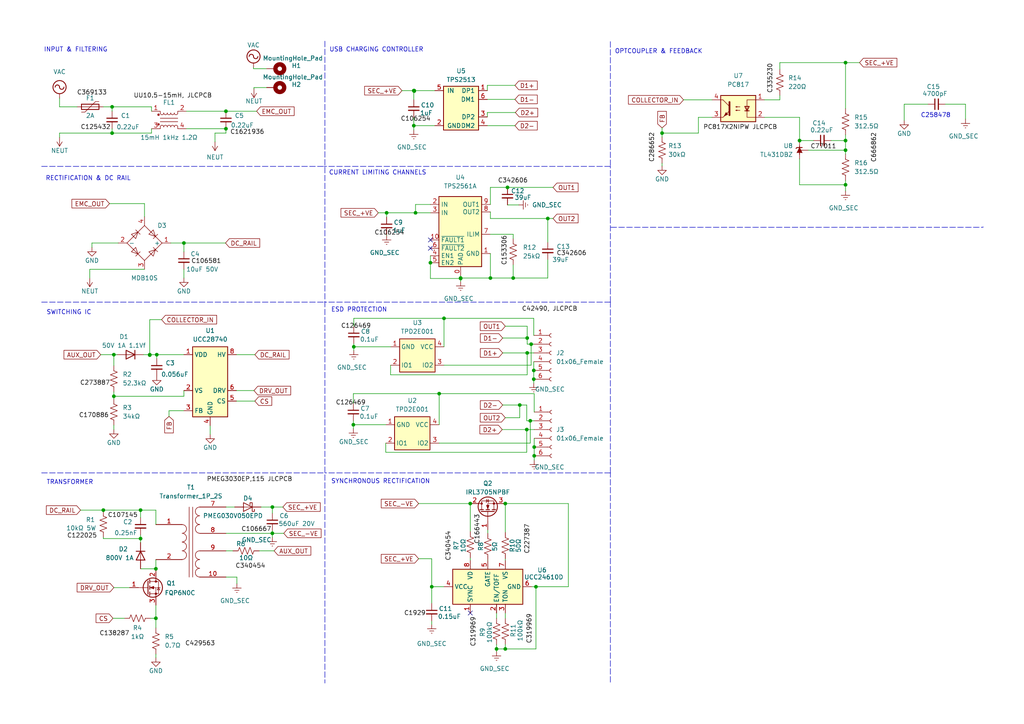
<source format=kicad_sch>
(kicad_sch (version 20211123) (generator eeschema)
  (paper "A4")
  (title_block (title "Flyback USB Charger") (rev "1.0"))
  (lib_symbols
    (symbol "Connector:Conn_01x06_Female" (pin_names (offset 1.016) hide)
      (property "Reference" "J" (at 0 7.62 0))
      (property "Value" "Conn_01x06_Female" (at 0 -10.16 0))
      (symbol "Conn_01x06_Female_1_1"
        (pin passive line (at -5.08 5.08 0) (length 3.81) (name "Pin_1") (number "1"))
        (pin passive line (at -5.08 2.54 0) (length 3.81) (name "Pin_2") (number "2"))
        (pin passive line (at -5.08 0 0) (length 3.81) (name "Pin_3") (number "3"))
        (pin passive line (at -5.08 -2.54 0) (length 3.81) (name "Pin_4") (number "4"))
        (pin passive line (at -5.08 -5.08 0) (length 3.81) (name "Pin_5") (number "5"))
        (pin passive line (at -5.08 -7.62 0) (length 3.81) (name "Pin_6") (number "6"))
      )
    )
    (symbol "Custom MOSFETs:FQP6N0C" (pin_names hide)
      (property "Reference" "Q" (at 8.89 5.08 0))
      (property "Value" "FQP6N0C" (at 6.35 -6.35 0))
      (symbol "FQP6N0C_1_1"
        (pin input line (at -5.08 0 0) (length 2.54) (name "G") (number "1"))
        (pin passive line (at 2.54 5.08 270) (length 2.54) (name "D") (number "2"))
        (pin passive line (at 2.54 -5.08 90) (length 2.54) (name "S") (number "3"))
      )
    )
    (symbol "Custom Switching ICs:TPS2561A"
      (property "Reference" "U" (at -8.8392 11.43 0))
      (property "Value" "TPS2561A" (at 0.0508 11.43 0))
      (symbol "TPS2561A_1_1"
        (pin power_in line (at 0 -12.827 90) (length 2.54) (name "PAD") (number "0"))
        (pin power_in line (at 8.636 -6.35 180) (length 2.54) (name "GND") (number "1"))
        (pin output line (at -8.763 -2.413 0) (length 2.54) (name "~{FAULT1}") (number "10"))
        (pin power_in line (at -8.763 7.874 0) (length 2.54) (name "IN") (number "2"))
        (pin power_in line (at -8.763 5.461 0) (length 2.54) (name "IN") (number "3"))
        (pin input line (at -8.763 -6.985 0) (length 2.54) (name "EN1") (number "4"))
        (pin input line (at -8.763 -9.017 0) (length 2.54) (name "EN2") (number "5"))
        (pin output line (at -8.763 -4.826 0) (length 2.54) (name "~{FAULT2}") (number "6"))
        (pin output line (at 8.636 -0.762 180) (length 2.54) (name "ILIM") (number "7"))
        (pin output line (at 8.636 5.715 180) (length 2.54) (name "OUT2") (number "8"))
        (pin output line (at 8.636 7.874 180) (length 2.54) (name "OUT1") (number "9"))
      )
    )
    (symbol "Device:C_Small" (pin_numbers hide) (pin_names (offset 0.254) hide)
      (property "Reference" "C" (at 0.254 1.778 0))
      (property "Value" "C_Small" (at 0.254 -2.032 0))
      (symbol "C_Small_1_1"
        (pin passive line (at 0 2.54 270) (length 2.032) (name "~") (number "1"))
        (pin passive line (at 0 -2.54 90) (length 2.032) (name "~") (number "2"))
      )
    )
    (symbol "Device:Polyfuse" (pin_numbers hide) (pin_names (offset 0))
      (property "Reference" "F" (at -2.54 0 90))
      (property "Value" "Polyfuse" (at 2.54 0 90))
      (symbol "Polyfuse_1_1"
        (pin passive line (at 0 3.81 270) (length 1.27) (name "~") (number "1"))
        (pin passive line (at 0 -3.81 90) (length 1.27) (name "~") (number "2"))
      )
    )
    (symbol "Device:R_US" (pin_numbers hide) (pin_names (offset 0))
      (property "Reference" "R" (at 2.54 0 90))
      (property "Value" "R_US" (at -2.54 0 90))
      (symbol "R_US_1_1"
        (pin passive line (at 0 3.81 270) (length 1.27) (name "~") (number "1"))
        (pin passive line (at 0 -3.81 90) (length 1.27) (name "~") (number "2"))
      )
    )
    (symbol "Device:Transformer_1P_2S" (pin_names (offset 1.016) hide)
      (property "Reference" "T1" (at 0 15.875 0))
      (property "Value" "Transformer_1P_2S" (at 0 13.335 0))
      (symbol "Transformer_1P_2S_1_1"
        (pin passive line (at -10.16 5.08 0) (length 7.62) (name "AA") (number "1"))
        (pin passive line (at 10.16 -10.16 180) (length 7.62) (name "SD") (number "10"))
        (pin passive line (at -10.16 -5.08 0) (length 7.62) (name "AB") (number "2"))
        (pin passive line (at 10.16 10.16 180) (length 7.62) (name "SA") (number "7"))
        (pin passive line (at 10.16 2.54 180) (length 7.62) (name "SB") (number "8"))
        (pin passive line (at 10.16 -2.54 180) (length 7.62) (name "SC") (number "9"))
      )
    )
    (symbol "Diode:1N4001" (pin_numbers hide) (pin_names (offset 1.016) hide)
      (property "Reference" "D" (at 0 2.54 0))
      (property "Value" "1N4001" (at 0 -2.54 0))
      (symbol "1N4001_1_1"
        (pin passive line (at -3.81 0 0) (length 2.54) (name "K") (number "1"))
        (pin passive line (at 3.81 0 180) (length 2.54) (name "A") (number "2"))
      )
    )
    (symbol "Diode:1N4006" (pin_numbers hide) (pin_names (offset 1.016) hide)
      (property "Reference" "D" (at 0 2.54 0))
      (property "Value" "1N4006" (at 0 -2.54 0))
      (symbol "1N4006_1_1"
        (pin passive line (at -3.81 0 0) (length 2.54) (name "K") (number "1"))
        (pin passive line (at 3.81 0 180) (length 2.54) (name "A") (number "2"))
      )
    )
    (symbol "Diode:PMEG030V050EPD" (pin_numbers hide) (pin_names hide)
      (property "Reference" "D" (at 0 2.54 0))
      (property "Value" "PMEG030V050EPD" (at 0 -2.54 0))
      (symbol "PMEG030V050EPD_1_1"
        (pin passive line (at 3.81 0 180) (length 2.54) (name "A") (number "1"))
        (pin passive line (at 3.81 0 180) (length 2.54) hide (name "A") (number "2"))
        (pin passive line (at -3.81 0 0) (length 2.54) (name "K") (number "3"))
      )
    )
    (symbol "Diode_Bridge:MDB10S"
      (property "Reference" "D" (at 3.81 6.35 0))
      (property "Value" "MDB10S" (at 6.35 3.81 0))
      (symbol "MDB10S_1_1"
        (pin passive line (at 7.62 0 180) (length 2.54) (name "+") (number "1"))
        (pin passive line (at -7.62 0 0) (length 2.54) (name "-") (number "2"))
        (pin passive line (at 0 -7.62 90) (length 2.54) (name "~") (number "3"))
        (pin passive line (at 0 7.62 270) (length 2.54) (name "~") (number "4"))
      )
    )
    (symbol "Filter:Choke_Schaffner_RN102-2-02-1M1" (pin_names hide)
      (property "Reference" "FL" (at 0 5.08 0))
      (property "Value" "Choke_Schaffner_RN102-2-02-1M1" (at 0 -5.08 0))
      (symbol "Choke_Schaffner_RN102-2-02-1M1_1_1"
        (pin passive line (at -5.08 2.54 0) (length 2.54) (name "1") (number "1"))
        (pin passive line (at 5.08 2.54 180) (length 2.54) (name "2") (number "2"))
        (pin passive line (at -5.08 -2.54 0) (length 2.54) (name "3") (number "3"))
        (pin passive line (at 5.08 -2.54 180) (length 2.54) (name "4") (number "4"))
      )
    )
    (symbol "Interface_USB:TPS2513" (pin_names (offset 1.016))
      (property "Reference" "U" (at -3.81 -7.62 0))
      (property "Value" "TPS2513" (at 0 7.62 0))
      (symbol "TPS2513_1_1"
        (pin input line (at 7.62 5.08 180) (length 2.54) (name "DP1") (number "1"))
        (pin power_in line (at -7.62 -5.08 0) (length 2.54) (name "GND") (number "2"))
        (pin input line (at 7.62 -2.54 180) (length 2.54) (name "DP2") (number "3"))
        (pin input line (at 7.62 -5.08 180) (length 2.54) (name "DM2") (number "4"))
        (pin power_in line (at -7.62 5.08 0) (length 2.54) (name "IN") (number "5"))
        (pin input line (at 7.62 2.54 180) (length 2.54) (name "DM1") (number "6"))
      )
    )
    (symbol "Isolator:PC817" (pin_names (offset 1.016))
      (property "Reference" "U" (at -5.08 5.08 0))
      (property "Value" "PC817" (at 0 5.08 0))
      (symbol "PC817_1_1"
        (pin passive line (at -7.62 2.54 0) (length 2.54) (name "~") (number "1"))
        (pin passive line (at -7.62 -2.54 0) (length 2.54) (name "~") (number "2"))
        (pin passive line (at 7.62 -2.54 180) (length 2.54) (name "~") (number "3"))
        (pin passive line (at 7.62 2.54 180) (length 2.54) (name "~") (number "4"))
      )
    )
    (symbol "Mechanical:MountingHole_Pad" (pin_numbers hide) (pin_names (offset 1.016) hide)
      (property "Reference" "H" (at 0 6.35 0))
      (property "Value" "MountingHole_Pad" (at 0 4.445 0))
      (symbol "MountingHole_Pad_1_1"
        (pin input line (at 0 -2.54 90) (length 2.54) (name "1") (number "1"))
      )
    )
    (symbol "Reference_Voltage:TL431DBZ" (pin_numbers hide) (pin_names hide)
      (property "Reference" "U" (at -2.54 2.54 0))
      (property "Value" "TL431DBZ" (at 0 -2.54 0))
      (symbol "TL431DBZ_1_1"
        (pin passive line (at 2.54 0 180) (length 2.54) (name "K") (number "1"))
        (pin passive line (at 0 2.54 270) (length 2.54) (name "REF") (number "2"))
        (pin passive line (at -2.54 0 0) (length 2.54) (name "A") (number "3"))
      )
    )
    (symbol "Regulator_Controller:UCC24610D"
      (property "Reference" "U" (at -7.62 11.43 0))
      (property "Value" "UCC24610D" (at 1.27 11.43 0))
      (symbol "UCC24610D_1_1"
        (pin input line (at -7.62 5.08 0) (length 2.54) (name "SYNC") (number "1"))
        (pin input line (at -7.62 -2.54 0) (length 2.54) (name "EN/TOFF") (number "2"))
        (pin input line (at -7.62 -5.08 0) (length 2.54) (name "TON") (number "3"))
        (pin power_in line (at 0 12.7 270) (length 2.54) (name "VCC") (number "4"))
        (pin output line (at 7.62 0 180) (length 2.54) (name "GATE") (number "5"))
        (pin power_in line (at 0 -12.7 90) (length 2.54) (name "GND") (number "6"))
        (pin input line (at 7.62 -5.08 180) (length 2.54) (name "VS") (number "7"))
        (pin input line (at 7.62 5.08 180) (length 2.54) (name "VD") (number "8"))
      )
    )
    (symbol "TPD2E001_1"
      (property "Reference" "U?" (at 0.1524 9.525 0))
      (property "Value" "TPD2E001" (at 0.1524 6.985 0))
      (symbol "TPD2E001_1_1_1"
        (pin power_in line (at -7.5438 2.5146 0) (length 2.54) (name "GND") (number "1"))
        (pin input line (at -7.5438 -2.8194 0) (length 2.54) (name "IO1") (number "2"))
        (pin input line (at 7.9502 -2.8194 180) (length 2.54) (name "IO2") (number "3"))
        (pin power_in line (at 7.9502 2.5146 180) (length 2.54) (name "VCC") (number "4"))
      )
    )
    (symbol "TPD2E001_2"
      (property "Reference" "U" (at -7.5184 6.096 0))
      (property "Value" "TPD2E001_2" (at 1.3716 6.096 0))
      (symbol "TPD2E001_2_1_1"
        (pin power_in line (at -7.62 2.54 0) (length 2.54) (name "GND") (number "1"))
        (pin input line (at -7.62 -2.794 0) (length 2.54) (name "IO1") (number "2"))
        (pin input line (at 7.874 -2.794 180) (length 2.54) (name "IO2") (number "3"))
        (pin power_in line (at 7.874 2.54 180) (length 2.54) (name "VCC") (number "4"))
      )
    )
    (symbol "Transistor_FET:IRLB8721PBF" (pin_names hide)
      (property "Reference" "Q" (at 6.35 1.905 0))
      (property "Value" "IRLB8721PBF" (at 6.35 0 0))
      (symbol "IRLB8721PBF_1_1"
        (pin input line (at -5.08 0 0) (length 2.54) (name "G") (number "1"))
        (pin passive line (at 2.54 5.08 270) (length 2.54) (name "D") (number "2"))
        (pin passive line (at 2.54 -5.08 90) (length 2.54) (name "S") (number "3"))
      )
    )
    (symbol "UCC28740_3"
      (property "Reference" "U" (at -7.62 11.43 0))
      (property "Value" "UCC28740_3" (at 1.27 11.43 0))
      (symbol "UCC28740_3_1_1"
        (pin power_in line (at -7.62 7.874 0) (length 2.54) (name "VDD") (number "1"))
        (pin input line (at -7.62 -2.54 0) (length 2.54) (name "VS") (number "2"))
        (pin input line (at -7.62 -8.382 0) (length 2.54) (name "FB") (number "3"))
        (pin power_in line (at 0 -12.7 90) (length 2.54) (name "GND") (number "4"))
        (pin input line (at 7.62 -5.588 180) (length 2.54) (name "CS") (number "5"))
        (pin output line (at 7.62 -2.54 180) (length 2.54) (name "DRV") (number "6"))
        (pin input line (at 7.62 7.874 180) (length 2.54) (name "HV") (number "8"))
      )
    )
    (symbol "power:GND" (power) (pin_names (offset 0))
      (property "Value" "GND" (at 0 -3.81 0))
      (symbol "GND_1_1"
        (pin power_in line (at 0 0 270) (length 0) hide (name "GND") (number "1"))
      )
    )
    (symbol "power:NEUT" (power) (pin_names (offset 0))
      (property "Value" "NEUT" (at 0 3.81 0))
      (symbol "NEUT_1_1"
        (pin power_in line (at 0 0 90) (length 0) hide (name "NEUT") (number "1"))
      )
    )
    (symbol "power:SGND" (power) (pin_names (offset 0))
      (property "Value" "SGND" (at -0.5461 -4.953 0))
      (symbol "SGND_1_1"
        (pin power_in line (at 0 0 270) (length 0) hide (name "GND_SEC") (number "1"))
      )
    )
    (symbol "power:VAC" (power) (pin_names (offset 0))
      (property "Value" "VAC" (at 0 6.35 0))
      (symbol "VAC_1_1"
        (pin power_in line (at 0 0 90) (length 0) hide (name "VAC") (number "1"))
      )
    )
  )
  (junction (at 146.558 188.214))
  (junction (at 45.466 102.87))
  (junction (at 102.489 123.19))
  (junction (at 231.902 40.767))
  (junction (at 245.237 53.594))
  (junction (at 32.512 38.608))
  (junction (at 40.767 156.21))
  (junction (at 154.813 109.982))
  (junction (at 152.781 124.587))
  (junction (at 150.749 117.475))
  (junction (at 128.778 92.329))
  (junction (at 146.558 146.05))
  (junction (at 154.94 132.207))
  (junction (at 45.212 179.324))
  (junction (at 125.222 170.18))
  (junction (at 154.94 129.667))
  (junction (at 102.616 100.584))
  (junction (at 142.24 80.645))
  (junction (at 32.512 30.988))
  (junction (at 112.141 61.722))
  (junction (at 29.972 147.955))
  (junction (at 147.193 54.356))
  (junction (at 40.767 147.955))
  (junction (at 53.34 70.485))
  (junction (at 155.448 170.18))
  (junction (at 120.015 26.289))
  (junction (at 245.237 43.561))
  (junction (at 33.02 102.87))
  (junction (at 120.015 36.449))
  (junction (at 65.532 32.258))
  (junction (at 78.994 147.066))
  (junction (at 120.142 26.416))
  (junction (at 33.02 114.935))
  (junction (at 43.434 102.997))
  (junction (at 152.908 98.044))
  (junction (at 124.841 76.2))
  (junction (at 133.604 80.772))
  (junction (at 245.237 18.161))
  (junction (at 153.797 122.047))
  (junction (at 148.844 80.645))
  (junction (at 245.237 40.767))
  (junction (at 43.434 102.87))
  (junction (at 45.212 164.973))
  (junction (at 192.024 38.608))
  (junction (at 133.604 80.645))
  (junction (at 120.523 61.722))
  (junction (at 120.142 26.289))
  (junction (at 158.877 63.373))
  (junction (at 65.532 37.338))
  (junction (at 154.813 107.442))
  (junction (at 78.994 154.686))
  (junction (at 127.381 114.173))
  (junction (at 152.908 102.362))
  (junction (at 136.398 146.05))
  (junction (at 154.051 99.822))
  (junction (at 144.018 188.214))
  (no_connect (at 124.841 69.596))
  (no_connect (at 124.841 72.009))
  (no_connect (at 136.398 177.8))
  (wire (pts (xy 120.523 59.309) (xy 120.523 61.722)))
  (wire (pts (xy 78.994 154.686) (xy 78.994 155.829)))
  (wire (pts (xy 142.24 54.356) (xy 142.24 59.309)))
  (wire (pts (xy 142.24 73.533) (xy 142.24 80.645)))
  (wire (pts (xy 152.781 122.047) (xy 153.797 122.047)))
  (wire (pts (xy 120.015 34.036) (xy 120.015 36.449)))
  (wire (pts (xy 141.478 162.306) (xy 141.478 162.56)))
  (wire (pts (xy 133.604 80.01) (xy 133.604 80.645)))
  (wire (pts (xy 68.58 102.87) (xy 73.914 102.87)))
  (wire (pts (xy 147.193 54.356) (xy 160.401 54.356)))
  (wire (pts (xy 68.58 113.284) (xy 73.66 113.284)))
  (wire (pts (xy 154.051 99.822) (xy 154.813 99.822)))
  (wire (pts (xy 65.405 70.485) (xy 53.34 70.485)))
  (wire (pts (xy 102.616 99.695) (xy 102.616 100.584)))
  (wire (pts (xy 274.193 30.226) (xy 280.035 30.226)))
  (wire (pts (xy 41.656 102.87) (xy 43.434 102.87)))
  (wire (pts (xy 29.972 156.21) (xy 40.767 156.21)))
  (wire (pts (xy 102.489 123.19) (xy 102.489 124.333)))
  (wire (pts (xy 245.237 39.116) (xy 245.237 40.767)))
  (wire (pts (xy 155.448 170.18) (xy 164.846 170.18)))
  (wire (pts (xy 49.53 70.485) (xy 53.34 70.485)))
  (wire (pts (xy 142.24 63.373) (xy 158.877 63.373)))
  (wire (pts (xy 40.767 156.21) (xy 40.767 155.194)))
  (wire (pts (xy 65.532 38.608) (xy 62.357 38.608)))
  (wire (pts (xy 40.767 150.114) (xy 40.767 147.955)))
  (wire (pts (xy 145.669 124.587) (xy 152.781 124.587)))
  (wire (pts (xy 120.142 26.289) (xy 120.142 26.416)))
  (wire (pts (xy 111.887 131.191) (xy 152.781 131.191)))
  (wire (pts (xy 152.908 102.362) (xy 154.813 102.362)))
  (wire (pts (xy 152.781 124.587) (xy 154.94 124.587)))
  (wire (pts (xy 60.96 123.444) (xy 60.96 125.984)))
  (polyline (pts (xy 12.065 137.16) (xy 94.234 137.16)))
  (wire (pts (xy 32.512 38.608) (xy 32.512 37.338)))
  (wire (pts (xy 141.351 26.289) (xy 141.351 24.765)))
  (wire (pts (xy 125.222 170.18) (xy 128.778 170.18)))
  (wire (pts (xy 62.357 38.608) (xy 62.357 41.148)))
  (polyline (pts (xy 12.065 87.63) (xy 94.234 87.63)))
  (wire (pts (xy 43.942 30.988) (xy 32.512 30.988)))
  (wire (pts (xy 26.035 80.645) (xy 26.035 78.105)))
  (wire (pts (xy 68.707 167.386) (xy 65.532 167.386)))
  (wire (pts (xy 78.994 154.686) (xy 82.296 154.686)))
  (wire (pts (xy 53.34 119.126) (xy 49.022 119.126)))
  (wire (pts (xy 152.908 94.615) (xy 152.908 98.044)))
  (wire (pts (xy 141.478 154.686) (xy 141.478 153.67)))
  (wire (pts (xy 124.841 76.2) (xy 124.841 80.772)))
  (wire (pts (xy 73.533 19.939) (xy 77.343 19.939)))
  (wire (pts (xy 153.797 128.524) (xy 127.381 128.524)))
  (wire (pts (xy 112.141 61.722) (xy 112.141 62.992)))
  (wire (pts (xy 153.797 122.047) (xy 154.94 122.047)))
  (wire (pts (xy 43.434 92.71) (xy 43.434 102.87)))
  (wire (pts (xy 121.412 162.052) (xy 125.222 162.052)))
  (wire (pts (xy 152.908 98.044) (xy 152.908 99.822)))
  (polyline (pts (xy 177.038 12.065) (xy 177.038 48.26)))
  (wire (pts (xy 26.67 71.755) (xy 26.67 70.485)))
  (wire (pts (xy 145.796 98.044) (xy 152.908 98.044)))
  (wire (pts (xy 125.222 170.18) (xy 125.222 175.006)))
  (wire (pts (xy 33.02 102.87) (xy 33.02 106.045)))
  (wire (pts (xy 45.212 189.738) (xy 45.212 190.754)))
  (wire (pts (xy 46.863 92.71) (xy 43.434 92.71)))
  (wire (pts (xy 133.604 80.645) (xy 142.24 80.645)))
  (wire (pts (xy 17.272 39.878) (xy 17.272 38.608)))
  (wire (pts (xy 221.742 34.036) (xy 231.902 34.036)))
  (polyline (pts (xy 177.165 65.913) (xy 285.115 65.913)))
  (wire (pts (xy 150.749 117.475) (xy 152.781 117.475)))
  (wire (pts (xy 192.024 47.371) (xy 192.024 48.133)))
  (wire (pts (xy 234.442 43.561) (xy 245.237 43.561)))
  (polyline (pts (xy 177.038 197.866) (xy 177.038 137.16)))
  (wire (pts (xy 128.778 105.918) (xy 154.051 105.918)))
  (wire (pts (xy 231.902 53.594) (xy 245.237 53.594)))
  (wire (pts (xy 142.24 80.645) (xy 148.844 80.645)))
  (wire (pts (xy 31.75 59.055) (xy 41.91 59.055)))
  (wire (pts (xy 124.841 80.772) (xy 133.604 80.772)))
  (wire (pts (xy 29.972 148.209) (xy 29.972 147.955)))
  (wire (pts (xy 192.024 38.608) (xy 192.024 39.751)))
  (wire (pts (xy 17.272 28.448) (xy 17.272 30.988)))
  (wire (pts (xy 17.272 30.988) (xy 22.352 30.988)))
  (wire (pts (xy 45.212 175.514) (xy 45.212 179.324)))
  (wire (pts (xy 152.908 99.822) (xy 154.051 99.822)))
  (wire (pts (xy 148.844 67.945) (xy 148.844 69.215)))
  (wire (pts (xy 120.523 61.722) (xy 124.841 61.722)))
  (wire (pts (xy 102.489 123.19) (xy 111.887 123.19)))
  (wire (pts (xy 153.797 122.047) (xy 153.797 128.524)))
  (polyline (pts (xy 177.038 137.16) (xy 94.234 137.16)))
  (wire (pts (xy 73.66 25.781) (xy 73.66 25.4)))
  (wire (pts (xy 245.237 53.594) (xy 245.237 52.324)))
  (wire (pts (xy 102.616 100.584) (xy 102.616 101.6)))
  (wire (pts (xy 141.351 33.909) (xy 141.351 32.639)))
  (wire (pts (xy 116.586 26.289) (xy 120.015 26.289)))
  (wire (pts (xy 147.193 59.436) (xy 150.495 59.436)))
  (wire (pts (xy 40.767 164.973) (xy 45.212 164.973)))
  (wire (pts (xy 226.187 28.956) (xy 226.187 27.686)))
  (wire (pts (xy 245.237 40.767) (xy 245.237 43.561)))
  (wire (pts (xy 120.015 36.449) (xy 126.111 36.449)))
  (wire (pts (xy 33.02 102.87) (xy 34.036 102.87)))
  (wire (pts (xy 43.942 32.258) (xy 43.942 30.988)))
  (wire (pts (xy 26.035 78.105) (xy 41.91 78.105)))
  (wire (pts (xy 231.902 46.101) (xy 231.902 53.594)))
  (polyline (pts (xy 177.038 48.26) (xy 93.98 48.26)))
  (wire (pts (xy 141.351 36.449) (xy 149.352 36.449)))
  (wire (pts (xy 102.489 114.173) (xy 102.489 116.967)))
  (wire (pts (xy 125.222 180.086) (xy 125.222 181.102)))
  (wire (pts (xy 32.512 30.988) (xy 32.512 32.258)))
  (wire (pts (xy 40.767 147.955) (xy 29.972 147.955)))
  (wire (pts (xy 226.187 20.066) (xy 226.187 18.161)))
  (wire (pts (xy 65.532 37.338) (xy 65.532 38.608)))
  (wire (pts (xy 33.02 123.317) (xy 33.02 124.587)))
  (wire (pts (xy 33.02 114.935) (xy 33.02 115.697)))
  (wire (pts (xy 141.351 28.829) (xy 149.352 28.829)))
  (wire (pts (xy 146.558 186.944) (xy 146.558 188.214)))
  (wire (pts (xy 45.212 179.324) (xy 45.212 182.118)))
  (wire (pts (xy 17.272 38.608) (xy 32.512 38.608)))
  (wire (pts (xy 125.222 162.052) (xy 125.222 170.18)))
  (polyline (pts (xy 177.038 87.63) (xy 177.038 48.26)))
  (wire (pts (xy 124.841 59.309) (xy 120.523 59.309)))
  (wire (pts (xy 144.018 177.8) (xy 144.018 179.324)))
  (wire (pts (xy 202.565 34.036) (xy 202.565 38.608)))
  (wire (pts (xy 120.015 37.719) (xy 120.015 36.449)))
  (wire (pts (xy 158.877 75.311) (xy 158.877 80.645)))
  (wire (pts (xy 280.035 30.226) (xy 280.035 34.544)))
  (wire (pts (xy 152.781 124.587) (xy 152.781 131.191)))
  (wire (pts (xy 221.742 28.956) (xy 226.187 28.956)))
  (wire (pts (xy 43.434 102.87) (xy 43.434 102.997)))
  (wire (pts (xy 53.34 113.284) (xy 53.34 114.935)))
  (wire (pts (xy 45.212 164.973) (xy 45.212 165.354)))
  (wire (pts (xy 121.412 146.05) (xy 136.398 146.05)))
  (wire (pts (xy 78.994 147.066) (xy 78.994 148.844)))
  (wire (pts (xy 102.489 122.047) (xy 102.489 123.19)))
  (wire (pts (xy 23.368 147.955) (xy 29.972 147.955)))
  (wire (pts (xy 146.558 146.05) (xy 146.558 154.432)))
  (wire (pts (xy 78.994 153.924) (xy 78.994 154.686)))
  (wire (pts (xy 49.022 119.126) (xy 49.022 120.777)))
  (polyline (pts (xy 94.234 11.938) (xy 94.234 198.12)))
  (wire (pts (xy 154.178 170.18) (xy 155.448 170.18)))
  (wire (pts (xy 65.532 147.066) (xy 68.072 147.066)))
  (wire (pts (xy 245.237 55.372) (xy 245.237 53.594)))
  (wire (pts (xy 154.813 109.982) (xy 154.813 111.125)))
  (wire (pts (xy 226.187 18.161) (xy 245.237 18.161)))
  (wire (pts (xy 145.796 117.475) (xy 150.749 117.475)))
  (wire (pts (xy 241.046 40.767) (xy 245.237 40.767)))
  (wire (pts (xy 41.91 59.055) (xy 41.91 62.865)))
  (wire (pts (xy 231.902 40.767) (xy 235.966 40.767)))
  (wire (pts (xy 249.301 18.161) (xy 245.237 18.161)))
  (wire (pts (xy 102.616 92.329) (xy 128.778 92.329)))
  (wire (pts (xy 136.398 154.178) (xy 136.398 146.05)))
  (wire (pts (xy 262.255 34.925) (xy 262.255 30.226)))
  (wire (pts (xy 136.398 161.798) (xy 136.398 162.56)))
  (wire (pts (xy 75.692 147.066) (xy 78.994 147.066)))
  (wire (pts (xy 65.532 159.766) (xy 67.564 159.766)))
  (wire (pts (xy 33.02 170.434) (xy 37.592 170.434)))
  (wire (pts (xy 142.24 67.945) (xy 148.844 67.945)))
  (wire (pts (xy 43.688 179.324) (xy 45.212 179.324)))
  (wire (pts (xy 128.778 100.584) (xy 128.778 92.329)))
  (wire (pts (xy 45.212 162.306) (xy 45.212 164.973)))
  (wire (pts (xy 148.844 76.835) (xy 148.844 80.645)))
  (wire (pts (xy 78.994 154.686) (xy 65.532 154.686)))
  (wire (pts (xy 127.381 114.173) (xy 154.94 114.173)))
  (wire (pts (xy 146.558 94.615) (xy 152.908 94.615)))
  (wire (pts (xy 75.184 159.766) (xy 79.502 159.766)))
  (polyline (pts (xy 285.115 65.786) (xy 285.115 65.913)))
  (wire (pts (xy 109.728 61.722) (xy 112.141 61.722)))
  (wire (pts (xy 102.489 114.173) (xy 127.381 114.173)))
  (wire (pts (xy 29.972 155.829) (xy 29.972 156.21)))
  (wire (pts (xy 164.846 146.05) (xy 164.846 170.18)))
  (wire (pts (xy 142.24 54.356) (xy 147.193 54.356)))
  (wire (pts (xy 146.558 162.052) (xy 146.558 162.56)))
  (wire (pts (xy 45.466 102.87) (xy 45.466 104.013)))
  (wire (pts (xy 43.942 37.338) (xy 43.942 38.608)))
  (wire (pts (xy 102.616 92.329) (xy 102.616 94.615)))
  (wire (pts (xy 154.813 92.329) (xy 154.813 97.282)))
  (wire (pts (xy 111.887 128.524) (xy 111.887 131.191)))
  (wire (pts (xy 40.767 156.21) (xy 40.767 157.353)))
  (wire (pts (xy 154.813 107.442) (xy 154.813 109.982)))
  (wire (pts (xy 53.34 114.935) (xy 33.02 114.935)))
  (wire (pts (xy 26.67 70.485) (xy 34.29 70.485)))
  (wire (pts (xy 68.58 116.332) (xy 73.914 116.332)))
  (wire (pts (xy 198.247 28.956) (xy 206.502 28.956)))
  (wire (pts (xy 155.448 188.214) (xy 155.448 170.18)))
  (wire (pts (xy 231.902 40.767) (xy 231.902 41.021)))
  (wire (pts (xy 154.94 114.173) (xy 154.94 119.507)))
  (wire (pts (xy 78.994 147.066) (xy 82.042 147.066)))
  (wire (pts (xy 120.015 26.289) (xy 120.142 26.289)))
  (wire (pts (xy 202.565 38.608) (xy 192.024 38.608)))
  (wire (pts (xy 158.877 63.373) (xy 158.877 70.231)))
  (wire (pts (xy 112.141 61.722) (xy 120.523 61.722)))
  (wire (pts (xy 113.284 105.918) (xy 113.284 108.712)))
  (wire (pts (xy 154.94 127.127) (xy 154.94 129.667)))
  (wire (pts (xy 113.284 108.712) (xy 152.908 108.712)))
  (wire (pts (xy 120.142 26.289) (xy 126.111 26.289)))
  (wire (pts (xy 33.02 113.665) (xy 33.02 114.935)))
  (wire (pts (xy 145.796 102.362) (xy 152.908 102.362)))
  (wire (pts (xy 29.21 102.87) (xy 33.02 102.87)))
  (wire (pts (xy 43.942 38.608) (xy 32.512 38.608)))
  (wire (pts (xy 144.018 188.214) (xy 144.018 188.976)))
  (wire (pts (xy 53.34 78.105) (xy 53.34 80.645)))
  (wire (pts (xy 146.558 146.05) (xy 164.846 146.05)))
  (wire (pts (xy 146.558 121.158) (xy 150.749 121.158)))
  (wire (pts (xy 120.015 28.956) (xy 120.015 26.289)))
  (wire (pts (xy 262.255 30.226) (xy 269.113 30.226)))
  (wire (pts (xy 144.018 188.214) (xy 146.558 188.214)))
  (wire (pts (xy 245.237 43.561) (xy 245.237 44.704)))
  (wire (pts (xy 65.532 32.258) (xy 74.422 32.258)))
  (wire (pts (xy 73.533 19.558) (xy 73.533 19.939)))
  (wire (pts (xy 32.766 179.324) (xy 36.068 179.324)))
  (wire (pts (xy 133.604 80.772) (xy 133.604 81.661)))
  (wire (pts (xy 142.24 61.468) (xy 142.24 63.373)))
  (wire (pts (xy 45.212 147.955) (xy 40.767 147.955)))
  (wire (pts (xy 154.051 99.822) (xy 154.051 105.918)))
  (wire (pts (xy 54.102 37.338) (xy 65.532 37.338)))
  (wire (pts (xy 73.66 25.4) (xy 77.343 25.4)))
  (wire (pts (xy 154.94 129.667) (xy 154.94 132.207)))
  (wire (pts (xy 128.778 92.329) (xy 154.813 92.329)))
  (wire (pts (xy 150.749 121.158) (xy 150.749 117.475)))
  (wire (pts (xy 54.102 32.258) (xy 65.532 32.258)))
  (wire (pts (xy 146.558 188.214) (xy 155.448 188.214)))
  (wire (pts (xy 45.212 152.146) (xy 45.212 147.955)))
  (wire (pts (xy 29.972 30.988) (xy 32.512 30.988)))
  (polyline (pts (xy 177.038 137.16) (xy 177.038 87.63)))
  (wire (pts (xy 133.604 80.645) (xy 133.604 80.772)))
  (wire (pts (xy 141.351 32.639) (xy 149.479 32.639)))
  (wire (pts (xy 158.877 80.645) (xy 148.844 80.645)))
  (wire (pts (xy 154.94 132.207) (xy 154.94 133.477)))
  (wire (pts (xy 231.902 34.036) (xy 231.902 40.767)))
  (wire (pts (xy 245.237 18.161) (xy 245.237 31.496)))
  (wire (pts (xy 192.024 37.084) (xy 192.024 38.608)))
  (wire (pts (xy 152.781 117.475) (xy 152.781 122.047)))
  (wire (pts (xy 124.841 74.168) (xy 124.841 76.2)))
  (wire (pts (xy 45.466 102.87) (xy 53.34 102.87)))
  (wire (pts (xy 102.616 100.584) (xy 113.284 100.584)))
  (wire (pts (xy 146.558 177.8) (xy 146.558 179.324)))
  (wire (pts (xy 144.018 186.944) (xy 144.018 188.214)))
  (wire (pts (xy 206.502 34.036) (xy 202.565 34.036)))
  (polyline (pts (xy 12.065 48.26) (xy 94.234 48.26)))
  (polyline (pts (xy 177.038 87.63) (xy 94.107 87.63)))
  (wire (pts (xy 68.707 169.291) (xy 68.707 167.386)))
  (wire (pts (xy 53.34 70.485) (xy 53.34 73.025)))
  (wire (pts (xy 127.381 114.173) (xy 127.381 123.19)))
  (wire (pts (xy 154.813 104.902) (xy 154.813 107.442)))
  (wire (pts (xy 112.141 68.326) (xy 112.141 68.072)))
  (wire (pts (xy 141.351 24.765) (xy 149.352 24.765)))
  (wire (pts (xy 43.434 102.87) (xy 45.466 102.87)))
  (wire (pts (xy 158.877 63.373) (xy 160.401 63.373)))
  (wire (pts (xy 152.908 102.362) (xy 152.908 108.712)))
  (text "USB CHARGING CONTROLLER" (at 95.504 15.24 0) (effects (font (size 1.27 1.27)) (justify left bottom)))
  (text "OPTCOUPLER & FEEDBACK" (at 178.308 15.748 0) (effects (font (size 1.27 1.27)) (justify left bottom)))
  (text "TRANSFORMER" (at 13.462 140.716 0) (effects (font (size 1.27 1.27)) (justify left bottom)))
  (text "SWITCHING IC" (at 13.462 91.44 0) (effects (font (size 1.27 1.27)) (justify left bottom)))
  (text "ESD PROTECTION" (at 96.012 90.678 0) (effects (font (size 1.27 1.27)) (justify left bottom)))
  (text "INPUT & FILTERING" (at 12.7 15.24 0) (effects (font (size 1.27 1.27)) (justify left bottom)))
  (text "CURRENT LIMITING CHANNELS" (at 95.377 50.927 0) (effects (font (size 1.27 1.27)) (justify left bottom)))
  (text "RECTIFICATION & DC RAIL" (at 13.208 52.578 0) (effects (font (size 1.27 1.27)) (justify left bottom)))
  (text " C258478 " (at 266.065 34.29 0) (effects (font (size 1.27 1.27)) (justify left bottom)))
  (text "SYNCHRONOUS RECTIFICATION" (at 96.012 140.462 0) (effects (font (size 1.27 1.27)) (justify left bottom)))
  (label " C1621936 " (at 65.786 39.243 0))
  (label "C125432 " (at 23.368 37.846 0))
  (label " C319969 " (at 138.303 188.468 90))
  (label "C138287" (at 28.829 184.658 0))
  (label " C340454 " (at 67.31 165.1 0))
  (label "C286652" (at 190.119 46.99 90))
  (label "C77011 " (at 235.077 43.434 0))
  (label " C340454 " (at 131.064 163.576 90))
  (label "PC817X2NIPW JLCPCB" (at 203.962 37.846 0))
  (label " C335230 " (at 224.409 27.94 90))
  (label "C107145" (at 31.242 150.368 0))
  (label "C106667" (at 69.977 154.432 0))
  (label " C42490, JLCPCB" (at 150.368 90.551 0))
  (label " C153306 " (at 147.32 77.851 90))
  (label " C319969 " (at 154.559 187.579 90))
  (label "C342606 " (at 161.417 74.422 0))
  (label " C227387 " (at 153.924 161.544 90))
  (label "C106254" (at 116.205 35.433 0))
  (label " C666862 " (at 254.508 48.006 90))
  (label "UU10.5-15mH, JLCPCB" (at 38.735 28.702 0))
  (label "C122025 " (at 19.431 156.337 0))
  (label " C273887 " (at 22.225 112.014 0))
  (label " C429563 " (at 52.705 187.579 0))
  (label " C106581 " (at 54.483 76.708 0))
  (label "C106254" (at 108.585 68.453 0))
  (label "C170886 " (at 22.86 121.412 0))
  (label "C342606 " (at 144.399 53.34 0))
  (label "PMEG3030EP,115 JLCPCB" (at 59.944 139.954 0))
  (label " C369133 " (at 21.336 27.813 0))
  (label " C126469 " (at 97.917 95.504 0))
  (label "C166443" (at 139.446 157.734 90))
  (label " C126469 " (at 96.393 117.729 0))
  (label " C1929 " (at 116.205 178.816 0))
  (global_label "SEC_+VE" (shape input) (at 109.728 61.722 180) (property "Intersheet References" "${INTERSHEET_REFS}" (effects hide)))
  (global_label "D1+" (shape input) (at 145.796 102.362 180) (property "Intersheet References" "${INTERSHEET_REFS}" (effects hide)))
  (global_label "OUT1" (shape input) (at 160.401 54.356 0) (property "Intersheet References" "${INTERSHEET_REFS}" (effects hide)))
  (global_label "SEC_+VE" (shape input) (at 82.042 147.066 0) (property "Intersheet References" "${INTERSHEET_REFS}" (effects hide)))
  (global_label "AUX_OUT" (shape input) (at 79.502 159.766 0) (property "Intersheet References" "${INTERSHEET_REFS}" (effects hide)))
  (global_label "SEC_-VE" (shape input) (at 82.296 154.686 0) (property "Intersheet References" "${INTERSHEET_REFS}" (effects hide)))
  (global_label "SEC_+VE" (shape input) (at 116.586 26.289 180) (property "Intersheet References" "${INTERSHEET_REFS}" (effects hide)))
  (global_label "AUX_OUT" (shape input) (at 29.21 102.87 180) (property "Intersheet References" "${INTERSHEET_REFS}" (effects hide)))
  (global_label "COLLECTOR_IN" (shape input) (at 198.247 28.956 180) (property "Intersheet References" "${INTERSHEET_REFS}" (effects hide)))
  (global_label "DC_RAIL" (shape input) (at 23.368 147.955 180) (property "Intersheet References" "${INTERSHEET_REFS}" (effects hide)))
  (global_label "DRV_OUT" (shape input) (at 73.66 113.284 0) (property "Intersheet References" "${INTERSHEET_REFS}" (effects hide)))
  (global_label "DC_RAIL" (shape input) (at 73.914 102.87 0) (property "Intersheet References" "${INTERSHEET_REFS}" (effects hide)))
  (global_label "D2-" (shape input) (at 145.796 117.475 180) (property "Intersheet References" "${INTERSHEET_REFS}" (effects hide)))
  (global_label "D1-" (shape input) (at 149.352 28.829 0) (property "Intersheet References" "${INTERSHEET_REFS}" (effects hide)))
  (global_label "COLLECTOR_IN" (shape input) (at 46.863 92.71 0) (property "Intersheet References" "${INTERSHEET_REFS}" (effects hide)))
  (global_label "EMC_OUT" (shape input) (at 31.75 59.055 180) (property "Intersheet References" "${INTERSHEET_REFS}" (effects hide)))
  (global_label "DC_RAIL" (shape input) (at 65.405 70.485 0) (property "Intersheet References" "${INTERSHEET_REFS}" (effects hide)))
  (global_label "DRV_OUT" (shape input) (at 33.02 170.434 180) (property "Intersheet References" "${INTERSHEET_REFS}" (effects hide)))
  (global_label "SEC_-VE" (shape input) (at 121.412 146.05 180) (property "Intersheet References" "${INTERSHEET_REFS}" (effects hide)))
  (global_label "D2-" (shape input) (at 149.352 36.449 0) (property "Intersheet References" "${INTERSHEET_REFS}" (effects hide)))
  (global_label "OUT2" (shape input) (at 160.401 63.373 0) (property "Intersheet References" "${INTERSHEET_REFS}" (effects hide)))
  (global_label "OUT1" (shape input) (at 146.558 94.615 180) (property "Intersheet References" "${INTERSHEET_REFS}" (effects hide)))
  (global_label "SEC_+VE" (shape input) (at 121.412 162.052 180) (property "Intersheet References" "${INTERSHEET_REFS}" (effects hide)))
  (global_label "CS" (shape input) (at 73.914 116.332 0) (property "Intersheet References" "${INTERSHEET_REFS}" (effects hide)))
  (global_label "D2+" (shape input) (at 149.479 32.639 0) (property "Intersheet References" "${INTERSHEET_REFS}" (effects hide)))
  (global_label "D1-" (shape input) (at 145.796 98.044 180) (property "Intersheet References" "${INTERSHEET_REFS}" (effects hide)))
  (global_label "CS" (shape input) (at 32.766 179.324 180) (property "Intersheet References" "${INTERSHEET_REFS}" (effects hide)))
  (global_label "SEC_+VE" (shape input) (at 249.301 18.161 0) (property "Intersheet References" "${INTERSHEET_REFS}" (effects hide)))
  (global_label "D1+" (shape input) (at 149.352 24.765 0) (property "Intersheet References" "${INTERSHEET_REFS}" (effects hide)))
  (global_label "D2+" (shape input) (at 145.669 124.587 180) (property "Intersheet References" "${INTERSHEET_REFS}" (effects hide)))
  (global_label "OUT2" (shape input) (at 146.558 121.158 180) (property "Intersheet References" "${INTERSHEET_REFS}" (effects hide)))
  (global_label "FB" (shape input) (at 192.024 37.084 90) (property "Intersheet References" "${INTERSHEET_REFS}" (effects hide)))
  (global_label "FB" (shape input) (at 49.022 120.777 270) (property "Intersheet References" "${INTERSHEET_REFS}" (effects hide)))
  (global_label "EMC_OUT" (shape input) (at 74.422 32.258 0) (property "Intersheet References" "${INTERSHEET_REFS}" (effects hide)))
  (symbol (lib_id "power:SGND") (at 102.489 124.333 0) (unit 1)
    (property "Reference" "#PWR0103" (effects hide))
    (property "Value" "SGND" (at 102.616 128.143 0))
  )
  (symbol (lib_id "Device:C_Small") (at 32.512 34.798 0) (unit 1)
    (property "Reference" "C1" (at 35.052 33.5342 0) (effects (justify left)))
    (property "Value" "0.22uF" (at 33.782 36.83 0) (effects (justify left)))
    (property "Footprint" "Capacitor_THT:C_Rect_L13.0mm_W8.0mm_P10.00mm_FKS3_FKP3_MKS4" (effects hide))
  )
  (symbol (lib_id "power:SGND") (at 125.222 181.102 0) (unit 1)
    (property "Reference" "#PWR0111" (effects hide))
    (property "Value" "SGND" (at 125.222 186.69 0))
  )
  (symbol (lib_id "power:GND") (at 45.466 109.093 0) (unit 1)
    (property "Reference" "#PWR07" (effects hide))
    (property "Value" "GND" (at 45.466 112.903 0))
  )
  (symbol (lib_id "Custom MOSFETs:FQP6N0C") (at 42.672 170.434 0) (unit 1)
    (property "Reference" "Q1" (at 48.26 169.164 0) (effects (justify left)))
    (property "Value" "FQP6N0C" (at 47.752 171.958 0) (effects (justify left)))
    (property "Footprint" "Package_TO_SOT_THT:TO-220-3_Vertical" (effects hide))
    (property "Datasheet" "https://datasheet.lcsc.com/lcsc/1811081824_onsemi-FQP6N90C_C128798.pdf" (effects hide))
  )
  (symbol (lib_id "power:GND") (at 192.024 48.133 0) (unit 1)
    (property "Reference" "#PWR024" (effects hide))
    (property "Value" "GND" (at 192.024 51.943 0))
  )
  (symbol (lib_id "power:SGND") (at 150.495 59.436 90) (unit 1)
    (property "Reference" "#PWR0108" (effects hide))
    (property "Value" "SGND" (at 154.305 59.4359 90) (effects (justify right)))
  )
  (symbol (lib_id "Connector:Conn_01x06_Female") (at 159.893 102.362 0) (unit 1)
    (property "Reference" "J2" (at 161.29 102.3619 0) (effects (justify left)))
    (property "Value" "01x06_Female" (at 161.29 104.9019 0) (effects (justify left)))
    (property "Footprint" "Custom Connectors:USB_A_SMD_Connector" (effects hide))
  )
  (symbol (lib_id "Device:C_Small") (at 45.466 106.553 0) (unit 1)
    (property "Reference" "C3" (at 48.006 105.2892 0) (effects (justify left)))
    (property "Value" "0.056uF" (at 46.736 108.585 0) (effects (justify left)))
    (property "Footprint" "Capacitor_SMD:C_0805_2012Metric" (effects hide))
  )
  (symbol (lib_id "Device:R_US") (at 226.187 23.876 0) (unit 1)
    (property "Reference" "R14" (at 228.6 22.6059 0) (effects (justify left)))
    (property "Value" "220Ω" (at 228.6 25.1459 0) (effects (justify left)))
    (property "Footprint" "Resistor_SMD:R_0805_2012Metric" (effects hide))
  )
  (symbol (lib_id "Device:R_US") (at 245.237 48.514 0) (unit 1)
    (property "Reference" "R16" (at 247.777 47.2439 0) (effects (justify left)))
    (property "Value" "312.5Ω" (at 247.777 49.7839 0) (effects (justify left)))
    (property "Footprint" "Resistor_SMD:R_0603_1608Metric" (effects hide))
  )
  (symbol (lib_id "Diode:PMEG030V050EPD") (at 71.882 147.066 180) (unit 1)
    (property "Reference" "D4" (at 71.882 144.526 0))
    (property "Value" "PMEG030V050EPD" (at 67.564 149.606 0))
    (property "Footprint" "Package_TO_SOT_SMD:Nexperia_CFP15_SOT-1289" (effects hide))
    (property "Datasheet" "https://assets.nexperia.com/documents/data-sheet/PMEG030V050EPD.pdf" (effects hide))
  )
  (symbol (lib_id "Device:R_US") (at 33.02 109.855 0) (unit 1)
    (property "Reference" "R2" (at 35.56 108.5849 0) (effects (justify left)))
    (property "Value" "52.3kΩ" (at 35.56 111.1249 0) (effects (justify left)))
    (property "Footprint" "Resistor_SMD:R_0805_2012Metric" (effects hide))
  )
  (symbol (lib_id "Device:R_US") (at 136.398 157.988 180) (unit 1)
    (property "Reference" "R7" (at 132.334 158.242 90))
    (property "Value" "10Ω" (at 134.366 158.242 90))
    (property "Footprint" "Resistor_SMD:R_0805_2012Metric" (effects hide))
  )
  (symbol (lib_id "Device:C_Small") (at 271.653 30.226 90) (unit 1)
    (property "Reference" "C15" (at 272.669 25.146 90) (effects (justify left)))
    (property "Value" "4700pF" (at 274.828 27.178 90) (effects (justify left)))
    (property "Footprint" "Capacitor_SMD:C_0201_0603Metric" (effects hide))
  )
  (symbol (lib_id "power:NEUT") (at 17.272 39.878 180) (unit 1)
    (property "Reference" "#PWR02" (effects hide))
    (property "Value" "NEUT" (at 17.272 43.688 0))
  )
  (symbol (lib_id "power:NEUT") (at 62.357 41.148 180) (unit 1)
    (property "Reference" "#PWR010" (effects hide))
    (property "Value" "NEUT" (at 62.357 45.593 0))
  )
  (symbol (lib_id "Device:R_US") (at 245.237 35.306 0) (unit 1)
    (property "Reference" "R15" (at 247.777 34.0359 0) (effects (justify left)))
    (property "Value" "312.5Ω" (at 247.777 36.5759 0) (effects (justify left)))
    (property "Footprint" "Resistor_SMD:R_0603_1608Metric" (effects hide))
  )
  (symbol (lib_id "Device:R_US") (at 148.844 73.025 0) (unit 1)
    (property "Reference" "R12" (at 151.638 71.7549 0) (effects (justify left)))
    (property "Value" "25kΩ" (at 151.638 74.2949 0) (effects (justify left)))
    (property "Footprint" "Resistor_SMD:R_0805_2012Metric" (effects hide))
  )
  (symbol (lib_id "power:SGND") (at 120.015 37.719 0) (unit 1)
    (property "Reference" "#PWR0107" (effects hide))
    (property "Value" "SGND" (at 119.4689 42.672 0))
  )
  (symbol (lib_id "Interface_USB:TPS2513") (at 133.731 31.369 0) (unit 1)
    (property "Reference" "U5" (at 133.731 20.574 0))
    (property "Value" "TPS2513" (at 133.731 23.114 0))
    (property "Footprint" "Package_TO_SOT_SMD:SOT-23-6" (effects hide))
    (property "Datasheet" "http://www.ti.com/lit/ds/symlink/tps2513.pdf" (effects hide))
  )
  (symbol (lib_id "Device:C_Small") (at 65.532 34.798 0) (unit 1)
    (property "Reference" "C5" (at 68.072 33.5342 0) (effects (justify left)))
    (property "Value" "0.22uF" (at 66.929 36.322 0) (effects (justify left)))
    (property "Footprint" "Capacitor_THT:C_Radial_D10.0mm_H12.5mm_P5.00mm" (effects hide))
  )
  (symbol (lib_id "power:SGND") (at 144.018 188.976 0) (unit 1)
    (property "Reference" "#PWR0100" (effects hide))
    (property "Value" "SGND" (at 143.4719 193.929 0))
  )
  (symbol (lib_id "power:SGND") (at 102.616 101.6 0) (unit 1)
    (property "Reference" "#PWR0105" (effects hide))
    (property "Value" "SGND" (at 102.0699 106.553 0))
  )
  (symbol (lib_id "power:SGND") (at 133.604 81.661 0) (unit 1)
    (property "Reference" "#PWR0104" (effects hide))
    (property "Value" "SGND" (at 133.0579 86.614 0))
  )
  (symbol (lib_id "Device:C_Small") (at 125.222 177.546 0) (unit 1)
    (property "Reference" "C11" (at 127.254 176.53 0) (effects (justify left)))
    (property "Value" "0.15uF" (at 127 178.816 0) (effects (justify left)))
    (property "Footprint" "Capacitor_SMD:C_1206_3216Metric" (effects hide))
  )
  (symbol (lib_id "power:SGND") (at 68.707 169.291 0) (unit 1)
    (property "Reference" "#PWR0112" (effects hide))
    (property "Value" "SGND" (at 68.1609 174.244 0))
  )
  (symbol (lib_name "TPD2E001_2") (lib_id "Custom Switching ICs:TPD2E001") (at 120.904 103.124 0) (unit 1)
    (property "Reference" "U3" (at 121.0564 93.599 0))
    (property "Value" "TPD2E001" (at 121.0564 96.139 0))
    (property "Footprint" "Custom Switching ICs:SOT-23-4-TPD2E001" (effects hide))
    (property "Datasheet" "http://www.ti.com/lit/ds/symlink/ucc28740.pdf" (effects hide))
  )
  (symbol (lib_id "Device:R_US") (at 39.878 179.324 90) (unit 1)
    (property "Reference" "R4" (at 39.878 182.118 90))
    (property "Value" "1kΩ" (at 39.878 184.658 90))
    (property "Footprint" "Resistor_SMD:R_0402_1005Metric" (effects hide))
  )
  (symbol (lib_id "Regulator_Controller:UCC24610D") (at 141.478 170.18 90) (unit 1)
    (property "Reference" "U6" (at 157.226 165.354 90))
    (property "Value" "UCC24610D" (at 157.734 167.386 90))
    (property "Footprint" "Package_SO:SOIC-8_3.9x4.9mm_P1.27mm" (effects hide))
    (property "Datasheet" "http://www.ti.com/lit/ds/symlink/ucc24610.pdf" (effects hide))
  )
  (symbol (lib_id "power:GND") (at 45.212 190.754 0) (unit 1)
    (property "Reference" "#PWR06" (effects hide))
    (property "Value" "GND" (at 45.212 194.564 0))
  )
  (symbol (lib_id "Device:R_US") (at 33.02 119.507 0) (unit 1)
    (property "Reference" "R3" (at 35.56 118.2369 0) (effects (justify left)))
    (property "Value" "34kΩ" (at 35.56 120.7769 0) (effects (justify left)))
    (property "Footprint" "Resistor_SMD:R_0805_2012Metric" (effects hide))
  )
  (symbol (lib_id "Connector:Conn_01x06_Female") (at 160.02 124.587 0) (unit 1)
    (property "Reference" "J3" (at 161.29 124.5869 0) (effects (justify left)))
    (property "Value" "01x06_Female" (at 161.29 127.1269 0) (effects (justify left)))
    (property "Footprint" "Custom Connectors:USB_A_SMD_Connector" (effects hide))
  )
  (symbol (lib_id "power:GND") (at 33.02 124.587 0) (unit 1)
    (property "Reference" "#PWR05" (effects hide))
    (property "Value" "GND" (at 33.02 128.397 0))
  )
  (symbol (lib_id "power:SGND") (at 280.035 34.544 0) (unit 1)
    (property "Reference" "#PWR0110" (effects hide))
    (property "Value" "SGND" (at 279.4889 39.497 0))
  )
  (symbol (lib_id "Device:R_US") (at 192.024 43.561 0) (unit 1)
    (property "Reference" "R13" (at 193.802 42.2909 0) (effects (justify left)))
    (property "Value" "30kΩ" (at 193.802 44.8309 0) (effects (justify left)))
    (property "Footprint" "Resistor_SMD:R_1206_3216Metric" (effects hide))
  )
  (symbol (lib_id "power:VAC") (at 17.272 28.448 0) (unit 1)
    (property "Reference" "#PWR01" (effects hide))
    (property "Value" "VAC" (at 17.272 20.828 0))
  )
  (symbol (lib_id "Reference_Voltage:TL431DBZ") (at 231.902 43.561 270) (mirror x) (unit 1)
    (property "Reference" "U8" (at 229.997 42.2909 90) (effects (justify right)))
    (property "Value" "TL431DBZ" (at 229.997 44.8309 90) (effects (justify right)))
    (property "Footprint" "Package_TO_SOT_SMD:SOT-23" (effects hide))
    (property "Datasheet" "http://www.ti.com/lit/ds/symlink/tl431.pdf" (effects hide))
  )
  (symbol (lib_id "Device:R_US") (at 141.478 158.496 180) (unit 1)
    (property "Reference" "R8" (at 139.446 158.496 90))
    (property "Value" "5Ω" (at 143.51 158.496 90))
    (property "Footprint" "Resistor_SMD:R_0402_1005Metric" (effects hide))
  )
  (symbol (lib_id "power:NEUT") (at 73.66 25.781 180) (unit 1)
    (property "Reference" "#PWR013" (effects hide))
    (property "Value" "NEUT" (at 73.66 29.337 0))
  )
  (symbol (lib_id "Custom Switching ICs:TPS2561A") (at 133.604 67.183 0) (unit 1)
    (property "Reference" "U4" (at 133.5024 51.435 0))
    (property "Value" "TPS2561A" (at 133.5024 53.975 0))
    (property "Footprint" "Custom Switching ICs:DRC_PACKAGE_TPS2561A" (effects hide))
    (property "Datasheet" "http://www.ti.com/lit/ds/symlink/ucc28740.pdf" (effects hide))
  )
  (symbol (lib_id "Device:R_US") (at 144.018 183.134 180) (unit 1)
    (property "Reference" "R9" (at 139.954 183.388 90))
    (property "Value" "100kΩ" (at 141.986 183.388 90))
    (property "Footprint" "Resistor_SMD:R_0603_1608Metric" (effects hide))
  )
  (symbol (lib_id "Device:Polyfuse") (at 26.162 30.988 90) (unit 1)
    (property "Reference" "F1" (at 26.162 28.448 90))
    (property "Value" "2A" (at 26.162 33.528 90))
    (property "Footprint" "EMI_Filters:Fuse_BelFuse_0ZRE0100FF_L18.7mm_W5.1mm" (effects hide))
  )
  (symbol (lib_id "Device:R_US") (at 146.558 183.134 180) (unit 1)
    (property "Reference" "R11" (at 148.844 182.88 90))
    (property "Value" "100kΩ" (at 150.876 182.88 90))
    (property "Footprint" "Resistor_SMD:R_0603_1608Metric" (effects hide))
  )
  (symbol (lib_id "Filter:Choke_Schaffner_RN102-2-02-1M1") (at 49.022 34.798 0) (unit 1)
    (property "Reference" "FL1" (at 49.022 29.718 0))
    (property "Value" "15mH 1kHz 1.2Ω" (at 49.022 39.878 0))
    (property "Footprint" "Custom Switching ICs:COMMON_MODE CHOKE" (effects hide))
    (property "Datasheet" "https://www.schaffner.com/products/download/product/datasheet/rn-series-common-mode-chokes-new/" (effects hide))
  )
  (symbol (lib_id "Device:R_US") (at 45.212 185.928 0) (unit 1)
    (property "Reference" "R5" (at 47.752 184.6579 0) (effects (justify left)))
    (property "Value" "0.7Ω" (at 47.752 187.1979 0) (effects (justify left)))
    (property "Footprint" "Resistor_SMD:R_0805_2012Metric" (effects hide))
  )
  (symbol (lib_id "Device:C_Small") (at 120.015 31.496 0) (unit 1)
    (property "Reference" "C10" (at 122.047 30.48 0) (effects (justify left)))
    (property "Value" "1uF" (at 121.793 32.766 0) (effects (justify left)))
    (property "Footprint" "Capacitor_SMD:C_01005_0402Metric" (effects hide))
  )
  (symbol (lib_id "power:SGND") (at 154.813 111.125 0) (unit 1)
    (property "Reference" "#PWR0101" (effects hide))
    (property "Value" "SGND" (at 159.512 112.903 0))
  )
  (symbol (lib_id "Device:R_US") (at 29.972 152.019 0) (unit 1)
    (property "Reference" "R1" (at 24.892 150.749 0) (effects (justify left)))
    (property "Value" "10kΩ 5W" (at 19.177 153.162 0) (effects (justify left)))
    (property "Footprint" "Resistor_THT:R_Axial_DIN0617_L17.0mm_D6.0mm_P30.48mm_Horizontal" (effects hide))
  )
  (symbol (lib_id "power:GND") (at 60.96 125.984 0) (unit 1)
    (property "Reference" "#PWR09" (effects hide))
    (property "Value" "GND" (at 60.96 129.794 0))
  )
  (symbol (lib_id "power:GND") (at 53.34 80.645 0) (unit 1)
    (property "Reference" "#PWR08" (effects hide))
    (property "Value" "GND" (at 53.34 84.455 0))
  )
  (symbol (lib_id "power:SGND") (at 78.994 155.829 0) (unit 1)
    (property "Reference" "#PWR0113" (effects hide))
    (property "Value" "SGND" (at 74.422 156.591 0))
  )
  (symbol (lib_id "Device:C_Small") (at 102.616 97.155 0) (unit 1)
    (property "Reference" "C8" (at 104.648 96.139 0) (effects (justify left)))
    (property "Value" "0.1uF" (at 104.394 98.425 0) (effects (justify left)))
    (property "Footprint" "Capacitor_SMD:C_0805_2012Metric" (effects hide))
  )
  (symbol (lib_id "Diode_Bridge:MDB10S") (at 41.91 70.485 0) (unit 1)
    (property "Reference" "D3" (at 46.99 65.405 0))
    (property "Value" "MDB10S" (at 41.91 80.645 0))
    (property "Footprint" "Package_SO:TSSOP-4_4.4x5mm_P4mm" (effects hide))
    (property "Datasheet" "https://www.onsemi.com/pub/Collateral/MDB8S-D.PDF" (effects hide))
  )
  (symbol (lib_id "power:SGND") (at 245.237 55.372 0) (unit 1)
    (property "Reference" "#PWR0109" (effects hide))
    (property "Value" "SGND" (at 244.6909 60.325 0))
  )
  (symbol (lib_id "Device:R_US") (at 146.558 158.242 180) (unit 1)
    (property "Reference" "R10" (at 148.59 158.242 90))
    (property "Value" "50Ω" (at 150.368 158.242 90))
    (property "Footprint" "Resistor_SMD:R_0402_1005Metric" (effects hide))
  )
  (symbol (lib_id "Mechanical:MountingHole_Pad") (at 79.883 25.4 270) (unit 1)
    (property "Reference" "H2" (at 84.582 24.511 90) (effects (justify left)))
    (property "Value" "MountingHole_Pad" (at 76.2 22.352 90) (effects (justify left)))
    (property "Footprint" "MountingHole:MountingHole_4.3mm_M4_Pad_Via" (effects hide))
  )
  (symbol (lib_name "TPD2E001_1") (lib_id "Custom Switching ICs:TPD2E001") (at 119.4308 125.7046 0) (unit 1)
    (property "Reference" "U2" (at 119.5832 116.1796 0))
    (property "Value" "TPD2E001" (at 119.5832 118.7196 0))
    (property "Footprint" "Custom Switching ICs:SOT-23-4-TPD2E001" (effects hide))
    (property "Datasheet" "http://www.ti.com/lit/ds/symlink/ucc28740.pdf" (effects hide))
  )
  (symbol (lib_id "Device:C_Small") (at 147.193 56.896 0) (unit 1)
    (property "Reference" "C12" (at 148.209 55.372 0) (effects (justify left)))
    (property "Value" "39uF" (at 149.225 57.277 0) (effects (justify left)))
    (property "Footprint" "Capacitor_SMD:C_1206_3216Metric" (effects hide))
  )
  (symbol (lib_id "Device:C_Small") (at 40.767 152.654 0) (unit 1)
    (property "Reference" "C2" (at 35.687 151.384 0) (effects (justify left)))
    (property "Value" "0.25nF" (at 33.147 154.559 0) (effects (justify left)))
    (property "Footprint" "Capacitor_SMD:C_0805_2012Metric" (effects hide))
  )
  (symbol (lib_id "Device:Transformer_1P_2S") (at 55.372 157.226 0) (unit 1)
    (property "Reference" "T1" (at 55.372 141.351 0))
    (property "Value" "Transformer_1P_2S" (at 55.372 143.891 0))
    (property "Footprint" "Custom Transformer:THT_1P1S_Transformer_Bobbin" (effects hide))
  )
  (symbol (lib_id "Device:C_Small") (at 112.141 65.532 0) (unit 1)
    (property "Reference" "C9" (at 114.173 64.516 0) (effects (justify left)))
    (property "Value" "1uF" (at 113.919 66.802 0) (effects (justify left)))
    (property "Footprint" "Capacitor_SMD:C_01005_0402Metric" (effects hide))
  )
  (symbol (lib_id "power:SGND") (at 154.94 133.477 0) (unit 1)
    (property "Reference" "#PWR0102" (effects hide))
    (property "Value" "SGND" (at 159.385 135.509 0))
  )
  (symbol (lib_id "Diode:1N4001") (at 37.846 102.87 180) (unit 1)
    (property "Reference" "D1" (at 35.941 97.663 0))
    (property "Value" "50V 1A 1.1Vf" (at 35.941 100.203 0))
    (property "Footprint" "Diode_THT:D_DO-41_SOD81_P10.16mm_Horizontal" (effects hide))
    (property "Datasheet" "http://www.vishay.com/docs/88503/1n4001.pdf" (effects hide))
  )
  (symbol (lib_id "power:VAC") (at 73.533 19.558 0) (unit 1)
    (property "Reference" "#PWR012" (effects hide))
    (property "Value" "VAC" (at 73.533 13.081 0))
  )
  (symbol (lib_id "Diode:1N4006") (at 40.767 161.163 270) (unit 1)
    (property "Reference" "D2" (at 34.417 159.258 90) (effects (justify left)))
    (property "Value" "800V 1A" (at 30.607 161.798 90) (effects (justify left)))
    (property "Footprint" "Diode_THT:D_DO-41_SOD81_P10.16mm_Horizontal" (effects hide))
    (property "Datasheet" "http://www.vishay.com/docs/88503/1n4001.pdf" (effects hide))
  )
  (symbol (lib_id "Device:C_Small") (at 238.506 40.767 90) (unit 1)
    (property "Reference" "C14" (at 239.522 35.687 90) (effects (justify left)))
    (property "Value" "0.22uF" (at 241.681 37.719 90) (effects (justify left)))
    (property "Footprint" "Capacitor_SMD:C_01005_0402Metric" (effects hide))
  )
  (symbol (lib_id "Mechanical:MountingHole_Pad") (at 79.883 19.939 270) (unit 1)
    (property "Reference" "H1" (at 84.582 19.05 90) (effects (justify left)))
    (property "Value" "MountingHole_Pad" (at 76.2 16.891 90) (effects (justify left)))
    (property "Footprint" "MountingHole:MountingHole_4.3mm_M4_Pad_Via" (effects hide))
  )
  (symbol (lib_id "Device:C_Small") (at 102.489 119.507 0) (unit 1)
    (property "Reference" "C7" (at 104.521 118.491 0) (effects (justify left)))
    (property "Value" "0.1uF" (at 104.267 120.777 0) (effects (justify left)))
    (property "Footprint" "Capacitor_SMD:C_0805_2012Metric" (effects hide))
  )
  (symbol (lib_id "Device:C_Small") (at 53.34 75.565 0) (unit 1)
    (property "Reference" "C4" (at 55.245 73.66 0) (effects (justify left)))
    (property "Value" "10uF 50V" (at 53.975 78.105 0) (effects (justify left)))
    (property "Footprint" "Capacitor_THT:C_Radial_D10.0mm_H16.0mm_P5.00mm" (effects hide))
  )
  (symbol (lib_id "Device:C_Small") (at 158.877 72.771 0) (unit 1)
    (property "Reference" "C13" (at 161.417 71.5072 0) (effects (justify left)))
    (property "Value" "39uF" (at 160.147 75.311 0) (effects (justify left)))
    (property "Footprint" "Capacitor_SMD:C_1206_3216Metric" (effects hide))
  )
  (symbol (lib_id "Transistor_FET:IRLB8721PBF") (at 141.478 148.59 90) (unit 1)
    (property "Reference" "Q2" (at 141.478 140.208 90))
    (property "Value" "IRL3705NPBF" (at 141.478 142.748 90))
    (property "Footprint" "Package_TO_SOT_THT:TO-220-3_Vertical" (effects hide))
    (property "Datasheet" "http://www.infineon.com/dgdl/irlb8721pbf.pdf?fileId=5546d462533600a40153566056732591" (effects hide))
  )
  (symbol (lib_name "UCC28740_3") (lib_id "Custom Switching ICs:UCC28740") (at 60.96 110.744 0) (unit 1)
    (property "Reference" "U1" (at 60.96 95.885 0))
    (property "Value" "UCC28740" (at 60.96 98.425 0))
    (property "Footprint" "Package_SO:SOIC-8_3.9x4.9mm_P1.27mm" (effects hide))
    (property "Datasheet" "http://www.ti.com/lit/ds/symlink/ucc28740.pdf" (effects hide))
  )
  (symbol (lib_id "Device:R_US") (at 71.374 159.766 90) (unit 1)
    (property "Reference" "R6" (at 69.85 157.734 90))
    (property "Value" "10Ω" (at 71.374 161.798 90))
    (property "Footprint" "Resistor_SMD:R_0805_2012Metric" (effects hide))
  )
  (symbol (lib_id "power:SGND") (at 112.141 68.326 0) (unit 1)
    (property "Reference" "#PWR0106" (effects hide))
    (property "Value" "SGND" (at 111.5949 73.279 0))
  )
  (symbol (lib_id "power:GND") (at 26.67 71.755 0) (unit 1)
    (property "Reference" "#PWR04" (effects hide))
    (property "Value" "GND" (at 26.67 75.565 0))
  )
  (symbol (lib_id "Isolator:PC817") (at 214.122 31.496 0) (mirror y) (unit 1)
    (property "Reference" "U7" (at 214.122 21.971 0))
    (property "Value" "PC817" (at 214.122 24.511 0))
    (property "Footprint" "Package_DIP:DIP-4_W7.62mm" (effects hide))
    (property "Datasheet" "http://www.soselectronic.cz/a_info/resource/d/pc817.pdf" (effects hide))
  )
  (symbol (lib_id "Device:C_Small") (at 78.994 151.384 0) (unit 1)
    (property "Reference" "C6" (at 81.026 149.606 0) (effects (justify left)))
    (property "Value" "560uF 20V" (at 80.772 151.892 0) (effects (justify left)))
    (property "Footprint" "Capacitor_THT:C_Radial_D12.5mm_H20.0mm_P5.00mm" (effects hide))
  )
  (symbol (lib_id "power:NEUT") (at 26.035 80.645 180) (unit 1)
    (property "Reference" "#PWR03" (effects hide))
    (property "Value" "NEUT" (at 26.035 84.455 0))
  )
  (symbol (lib_id "power:GND") (at 262.255 34.925 0) (unit 1)
    (property "Reference" "#PWR026" (effects hide))
    (property "Value" "GND" (at 262.255 38.735 0))
  )
)
</source>
